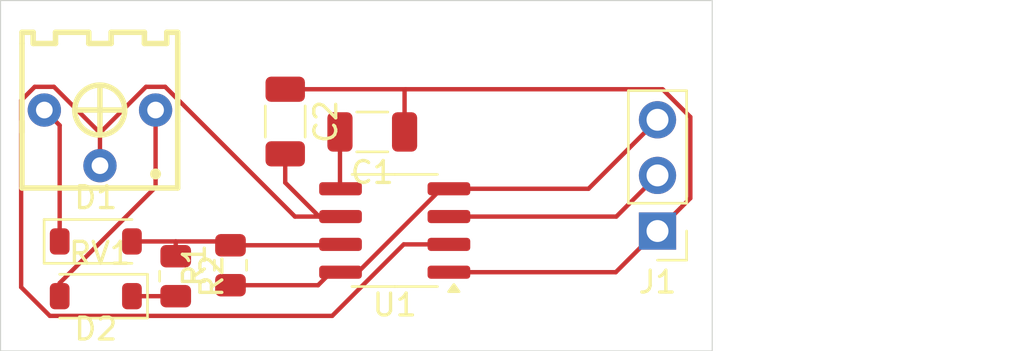
<source format=kicad_pcb>
(kicad_pcb (version 20240108) (generator "pcbnew") (generator_version "8.0")
  (layers (0 "F.Cu" signal) (31 "B.Cu" signal) (34 "B.Paste" user) (35 "F.Paste" user) (36 "B.SilkS" user "B.Silkscreen") (37 "F.SilkS" user "F.Silkscreen") (38 "B.Mask" user) (39 "F.Mask" user) (44 "Edge.Cuts" user))
  (net 0 "")
  (net 1 "Net-(U1-CV)")
  (net 2 "GND")
  (net 3 "Net-(U1-THR)")
  (net 4 "Net-(D1-K)")
  (net 5 "Net-(D1-A)")
  (net 6 "Net-(D2-K)")
  (net 7 "Net-(D2-A)")
  (net 8 "Net-(J1-Pin_2)")
  (net 9 "+5V")
  (footprint "Capacitor_SMD:C_1206_3216Metric" (layer "F.Cu") (at 71 37.525 -90)
    (property "Reference" "C2" (at 0 -1.85 90) (layer "F.SilkS"))
    (property "Value" "C")
    (fp_line (start -0.711252 0.91) (end 0.711252 0.91) (stroke (width 0.12)) (layer "F.SilkS"))
    (fp_line (start -0.711252 -0.91) (end 0.711252 -0.91) (stroke (width 0.12)) (layer "F.SilkS"))
    (pad "1" smd roundrect (at -1.475 0 270) (size 1.15 1.8) (layers "F.Cu" "F.Paste" "F.Mask") (roundrect_rratio 0.217391) (net 2 "GND"))
    (pad "2" smd roundrect (at 1.475 0 270) (size 1.15 1.8) (layers "F.Cu" "F.Paste" "F.Mask") (roundrect_rratio 0.217391) (net 3 "Net-(U1-THR)"))
  )
  (footprint "Connector_PinHeader_2.54mm:PinHeader_1x03_P2.54mm_Vertical" (layer "F.Cu") (at 88 42.525 180)
    (property "Reference" "J1" (at 0 -2.33 360) (layer "F.SilkS"))
    (property "Value" "Conn_01x03_Pin")
    (fp_line (start 1.33 1.27) (end 1.33 6.41) (stroke (width 0.12)) (layer "F.SilkS"))
    (fp_line (start -1.33 6.41) (end 1.33 6.41) (stroke (width 0.12)) (layer "F.SilkS"))
    (fp_line (start -1.33 1.27) (end 1.33 1.27) (stroke (width 0.12)) (layer "F.SilkS"))
    (fp_line (start -1.33 1.27) (end -1.33 6.41) (stroke (width 0.12)) (layer "F.SilkS"))
    (fp_line (start -1.33 0) (end -1.33 -1.33) (stroke (width 0.12)) (layer "F.SilkS"))
    (fp_line (start -1.33 -1.33) (end 0 -1.33) (stroke (width 0.12)) (layer "F.SilkS"))
    (pad "1" thru_hole rect (at 0 0 180) (size 1.7 1.7) (drill 1) (layers "*.Cu" "*.Mask") (net 2 "GND"))
    (pad "2" thru_hole oval (at 0 2.54 180) (size 1.7 1.7) (drill 1) (layers "*.Cu" "*.Mask") (net 8 "Net-(J1-Pin_2)"))
    (pad "3" thru_hole oval (at 0 5.08 180) (size 1.7 1.7) (drill 1) (layers "*.Cu" "*.Mask") (net 9 "+5V"))
  )
  (footprint "Resistor_SMD:R_0805_2012Metric" (layer "F.Cu") (at 68.5 44.0875 90)
    (property "Reference" "R1" (at 0 -1.65 90) (layer "F.SilkS"))
    (property "Value" "1k")
    (fp_line (start -0.227064 -0.735) (end 0.227064 -0.735) (stroke (width 0.12)) (layer "F.SilkS"))
    (fp_line (start -0.227064 0.735) (end 0.227064 0.735) (stroke (width 0.12)) (layer "F.SilkS"))
    (pad "1" smd roundrect (at -0.9125 0 90) (size 1.025 1.4) (layers "F.Cu" "F.Paste" "F.Mask") (roundrect_rratio 0.243902) (net 9 "+5V"))
    (pad "2" smd roundrect (at 0.9125 0 90) (size 1.025 1.4) (layers "F.Cu" "F.Paste" "F.Mask") (roundrect_rratio 0.243902) (net 5 "Net-(D1-A)"))
  )
  (footprint "Capacitor_SMD:C_1206_3216Metric" (layer "F.Cu") (at 74.975 38 180)
    (property "Reference" "C1" (at 0 -1.85 360) (layer "F.SilkS"))
    (property "Value" "C")
    (fp_line (start -0.711252 0.91) (end 0.711252 0.91) (stroke (width 0.12)) (layer "F.SilkS"))
    (fp_line (start -0.711252 -0.91) (end 0.711252 -0.91) (stroke (width 0.12)) (layer "F.SilkS"))
    (pad "1" smd roundrect (at -1.475 0 180) (size 1.15 1.8) (layers "F.Cu" "F.Paste" "F.Mask") (roundrect_rratio 0.217391) (net 2 "GND"))
    (pad "2" smd roundrect (at 1.475 0 180) (size 1.15 1.8) (layers "F.Cu" "F.Paste" "F.Mask") (roundrect_rratio 0.217391) (net 1 "Net-(U1-CV)"))
  )
  (footprint "Diode_SMD:D_SOD-123" (layer "F.Cu") (at 62.35 45.5 180)
    (property "Reference" "D2" (at 0 -1.5 360) (layer "F.SilkS"))
    (property "Value" "1N4148W")
    (fp_line (start -2.36 1) (end 1.65 1) (stroke (width 0.12)) (layer "F.SilkS"))
    (fp_line (start -2.36 -1) (end 1.65 -1) (stroke (width 0.12)) (layer "F.SilkS"))
    (fp_line (start -2.36 -1) (end -2.36 1) (stroke (width 0.12)) (layer "F.SilkS"))
    (pad "1" smd roundrect (at -1.65 0 180) (size 0.9 1.2) (layers "F.Cu" "F.Paste" "F.Mask") (net 6 "Net-(D2-K)"))
    (pad "2" smd roundrect (at 1.65 0 180) (size 0.9 1.2) (layers "F.Cu" "F.Paste" "F.Mask") (net 7 "Net-(D2-A)"))
  )
  (footprint "Diode_SMD:D_SOD-123" (layer "F.Cu") (at 62.35 43)
    (property "Reference" "D1" (at 0 -2 0) (layer "F.SilkS"))
    (property "Value" "1N4148W")
    (fp_line (start -2.36 -1) (end -2.36 1) (stroke (width 0.12)) (layer "F.SilkS"))
    (fp_line (start -2.36 -1) (end 1.65 -1) (stroke (width 0.12)) (layer "F.SilkS"))
    (fp_line (start -2.36 1) (end 1.65 1) (stroke (width 0.12)) (layer "F.SilkS"))
    (pad "1" smd roundrect (at -1.65 0) (size 0.9 1.2) (layers "F.Cu" "F.Paste" "F.Mask") (net 4 "Net-(D1-K)"))
    (pad "2" smd roundrect (at 1.65 0) (size 0.9 1.2) (layers "F.Cu" "F.Paste" "F.Mask") (net 5 "Net-(D1-A)"))
  )
  (footprint "Resistor_SMD:R_0805_2012Metric" (layer "F.Cu") (at 66 44.5875 -90)
    (property "Reference" "R2" (at 0 -1.65 90) (layer "F.SilkS"))
    (property "Value" "1k")
    (fp_line (start -0.227064 0.735) (end 0.227064 0.735) (stroke (width 0.12)) (layer "F.SilkS"))
    (fp_line (start -0.227064 -0.735) (end 0.227064 -0.735) (stroke (width 0.12)) (layer "F.SilkS"))
    (pad "1" smd roundrect (at -0.9125 0 270) (size 1.025 1.4) (layers "F.Cu" "F.Paste" "F.Mask") (roundrect_rratio 0.243902) (net 5 "Net-(D1-A)"))
    (pad "2" smd roundrect (at 0.9125 0 270) (size 1.025 1.4) (layers "F.Cu" "F.Paste" "F.Mask") (roundrect_rratio 0.243902) (net 6 "Net-(D2-K)"))
  )
  (footprint "easyeda2kicad:RES-ADJ-TH_3362P" (layer "F.Cu") (at 62.54 38.27 180)
    (property "Reference" "RV1" (at 0 -5.27 360) (layer "F.SilkS"))
    (property "Value" "10k")
    (fp_line (start 3.56 4.82) (end 3.05 4.82) (stroke (width 0.25)) (layer "F.SilkS"))
    (fp_line (start 3.56 4.31) (end 3.56 4.82) (stroke (width 0.25)) (layer "F.SilkS"))
    (fp_line (start 3.56 0.25) (end 3.56 4.31) (stroke (width 0.25)) (layer "F.SilkS"))
    (fp_line (start 3.56 -2.29) (end 3.56 0.76) (stroke (width 0.25)) (layer "F.SilkS"))
    (fp_line (start 3.05 4.82) (end 3.05 4.31) (stroke (width 0.25)) (layer "F.SilkS"))
    (fp_line (start 3.05 4.31) (end 2.03 4.31) (stroke (width 0.25)) (layer "F.SilkS"))
    (fp_line (start 2.03 4.82) (end 0.51 4.82) (stroke (width 0.25)) (layer "F.SilkS"))
    (fp_line (start 2.03 4.31) (end 2.03 4.82) (stroke (width 0.25)) (layer "F.SilkS"))
    (fp_line (start 1.02 1.27) (end -1.02 1.27) (stroke (width 0.25)) (layer "F.SilkS"))
    (fp_line (start 0.51 4.82) (end 0.51 4.31) (stroke (width 0.25)) (layer "F.SilkS"))
    (fp_line (start 0.51 4.31) (end -0.51 4.31) (stroke (width 0.25)) (layer "F.SilkS"))
    (fp_line (start 0 2.28) (end 0 0.25) (stroke (width 0.25)) (layer "F.SilkS"))
    (fp_line (start -0.51 4.82) (end -2.03 4.82) (stroke (width 0.25)) (layer "F.SilkS"))
    (fp_line (start -0.51 4.31) (end -0.51 4.82) (stroke (width 0.25)) (layer "F.SilkS"))
    (fp_line (start -2.03 4.82) (end -2.03 4.31) (stroke (width 0.25)) (layer "F.SilkS"))
    (fp_line (start -2.03 4.31) (end -3.05 4.31) (stroke (width 0.25)) (layer "F.SilkS"))
    (fp_line (start -3.05 4.82) (end -3.55 4.82) (stroke (width 0.25)) (layer "F.SilkS"))
    (fp_line (start -3.05 4.31) (end -3.05 4.82) (stroke (width 0.25)) (layer "F.SilkS"))
    (fp_line (start -3.55 4.82) (end -3.55 4.31) (stroke (width 0.25)) (layer "F.SilkS"))
    (fp_line (start -3.55 4.31) (end -3.55 0.76) (stroke (width 0.25)) (layer "F.SilkS"))
    (fp_line (start -3.55 0.76) (end -3.55 -2.29) (stroke (width 0.25)) (layer "F.SilkS"))
    (fp_line (start -3.55 -2.29) (end 3.56 -2.29) (stroke (width 0.25)) (layer "F.SilkS"))
    (fp_arc (start 0.02 0.13) (mid 0.010048 2.410044) (end -0.000096 0.130001) (stroke (width 0.25)) (layer "F.SilkS"))
    (fp_arc (start -2.54 -1.65) (mid -2.54 -1.65) (end -2.54 -1.65) (stroke (width 0.25)) (layer "F.SilkS"))
    (pad "1" thru_hole circle (at -2.54 1.27 180) (size 1.52 1.52) (drill 0.762) (layers "*.Cu" "*.Mask") (net 7 "Net-(D2-A)"))
    (pad "2" thru_hole circle (at 0 -1.27 180) (size 1.52 1.52) (drill 0.762) (layers "*.Cu" "*.Mask") (net 3 "Net-(U1-THR)"))
    (pad "3" thru_hole circle (at 2.54 1.27 180) (size 1.52 1.52) (drill 0.762) (layers "*.Cu" "*.Mask") (net 4 "Net-(D1-K)"))
  )
  (footprint "Package_SO:SOIC-8_3.9x4.9mm_P1.27mm" (layer "F.Cu") (at 76 42.5 180)
    (property "Reference" "U1" (at 0 -3.4 360) (layer "F.SilkS"))
    (property "Value" "TLC555xP")
    (fp_line (start 0 2.56) (end 1.95 2.56) (stroke (width 0.12)) (layer "F.SilkS"))
    (fp_line (start 0 2.56) (end -1.95 2.56) (stroke (width 0.12)) (layer "F.SilkS"))
    (fp_line (start 0 -2.56) (end 1.95 -2.56) (stroke (width 0.12)) (layer "F.SilkS"))
    (fp_line (start 0 -2.56) (end -1.95 -2.56) (stroke (width 0.12)) (layer "F.SilkS"))
    (fp_poly (pts (xy -2.7 -2.465) (xy -2.94 -2.795) (xy -2.46 -2.795) (xy -2.7 -2.465)) (stroke (width 0.12)) (fill solid) (layer "F.SilkS"))
    (pad "1" smd roundrect (at -2.475 -1.905 180) (size 1.95 0.6) (layers "F.Cu" "F.Paste" "F.Mask") (net 2 "GND"))
    (pad "2" smd roundrect (at -2.475 -0.635 180) (size 1.95 0.6) (layers "F.Cu" "F.Paste" "F.Mask") (net 3 "Net-(U1-THR)"))
    (pad "3" smd roundrect (at -2.475 0.635 180) (size 1.95 0.6) (layers "F.Cu" "F.Paste" "F.Mask") (net 8 "Net-(J1-Pin_2)"))
    (pad "4" smd roundrect (at -2.475 1.905 180) (size 1.95 0.6) (layers "F.Cu" "F.Paste" "F.Mask") (net 9 "+5V"))
    (pad "5" smd roundrect (at 2.475 1.905 180) (size 1.95 0.6) (layers "F.Cu" "F.Paste" "F.Mask") (net 1 "Net-(U1-CV)"))
    (pad "6" smd roundrect (at 2.475 0.635 180) (size 1.95 0.6) (layers "F.Cu" "F.Paste" "F.Mask") (net 3 "Net-(U1-THR)"))
    (pad "7" smd roundrect (at 2.475 -0.635 180) (size 1.95 0.6) (layers "F.Cu" "F.Paste" "F.Mask") (net 5 "Net-(D1-A)"))
    (pad "8" smd roundrect (at 2.475 -1.905 180) (size 1.95 0.6) (layers "F.Cu" "F.Paste" "F.Mask") (net 9 "+5V"))
  )
  (gr_rect (start 58 32) (end 90.5 48) (stroke (width 0.05)) (fill none) (layer "Edge.Cuts"))
  (segment (start 73.5 40.57) (end 73.525 40.595) (width 0.2) (layer "F.Cu") (net 1))
  (segment (start 73.5 38) (end 73.5 40.57) (width 0.2) (layer "F.Cu") (net 1))
  (segment (start 76.5 36.05) (end 88.231346 36.05) (width 0.2) (layer "F.Cu") (net 2))
  (segment (start 78.595 44.525) (end 78.475 44.405) (width 0.2) (layer "F.Cu") (net 2))
  (segment (start 89.5 37.318654) (end 89.5 41.025) (width 0.2) (layer "F.Cu") (net 2))
  (segment (start 87.975 42.525) (end 86.095 44.405) (width 0.2) (layer "F.Cu") (net 2))
  (segment (start 86.095 44.405) (end 78.475 44.405) (width 0.2) (layer "F.Cu") (net 2))
  (segment (start 89.5 41.025) (end 88 42.525) (width 0.2) (layer "F.Cu") (net 2))
  (segment (start 76.45 38) (end 76.45 36.1) (width 0.2) (layer "F.Cu") (net 2))
  (segment (start 71 36.05) (end 76.5 36.05) (width 0.2) (layer "F.Cu") (net 2))
  (segment (start 88 42.525) (end 87.975 42.525) (width 0.2) (layer "F.Cu") (net 2))
  (segment (start 88.231346 36.05) (end 89.5 37.318654) (width 0.2) (layer "F.Cu") (net 2))
  (segment (start 76.45 36.1) (end 76.5 36.05) (width 0.2) (layer "F.Cu") (net 2))
  (segment (start 71 39) (end 71 40.314999) (width 0.2) (layer "F.Cu") (net 3))
  (segment (start 59.560933 35.94) (end 60.439067 35.94) (width 0.2) (layer "F.Cu") (net 3))
  (segment (start 60.251304 46.4) (end 58.94 45.088696) (width 0.2) (layer "F.Cu") (net 3))
  (segment (start 72.550001 41.865) (end 73.525 41.865) (width 0.2) (layer "F.Cu") (net 3))
  (segment (start 73.145552 46.4) (end 60.251304 46.4) (width 0.2) (layer "F.Cu") (net 3))
  (segment (start 71.444067 41.865) (end 65.519067 35.94) (width 0.2) (layer "F.Cu") (net 3))
  (segment (start 65.519067 35.94) (end 64.640933 35.94) (width 0.2) (layer "F.Cu") (net 3))
  (segment (start 62.54 38.040933) (end 62.54 39.54) (width 0.2) (layer "F.Cu") (net 3))
  (segment (start 78.475 43.135) (end 76.410552 43.135) (width 0.2) (layer "F.Cu") (net 3))
  (segment (start 58.94 45.088696) (end 58.94 36.560933) (width 0.2) (layer "F.Cu") (net 3))
  (segment (start 58.94 36.560933) (end 59.560933 35.94) (width 0.2) (layer "F.Cu") (net 3))
  (segment (start 64.640933 35.94) (end 62.54 38.040933) (width 0.2) (layer "F.Cu") (net 3))
  (segment (start 76.410552 43.135) (end 73.145552 46.4) (width 0.2) (layer "F.Cu") (net 3))
  (segment (start 60.439067 35.94) (end 62.54 38.040933) (width 0.2) (layer "F.Cu") (net 3))
  (segment (start 73.525 41.865) (end 71.444067 41.865) (width 0.2) (layer "F.Cu") (net 3))
  (segment (start 71 40.314999) (end 72.550001 41.865) (width 0.2) (layer "F.Cu") (net 3))
  (segment (start 60.7 37.7) (end 60 37) (width 0.2) (layer "F.Cu") (net 4))
  (segment (start 60.7 43) (end 60.7 37.7) (width 0.2) (layer "F.Cu") (net 4))
  (segment (start 73.485 43.175) (end 73.525 43.135) (width 0.2) (layer "F.Cu") (net 5))
  (segment (start 68.5 43.175) (end 73.485 43.175) (width 0.2) (layer "F.Cu") (net 5))
  (segment (start 68.325 43) (end 68.5 43.175) (width 0.2) (layer "F.Cu") (net 5))
  (segment (start 66 43) (end 68.325 43) (width 0.2) (layer "F.Cu") (net 5))
  (segment (start 66 43.675) (end 66 43) (width 0.2) (layer "F.Cu") (net 5))
  (segment (start 64 43) (end 66 43) (width 0.2) (layer "F.Cu") (net 5))
  (segment (start 66 45.5) (end 64 45.5) (width 0.2) (layer "F.Cu") (net 6))
  (segment (start 65.08 40.52) (end 65.08 37) (width 0.2) (layer "F.Cu") (net 7))
  (segment (start 60.7 44.9) (end 65.08 40.52) (width 0.2) (layer "F.Cu") (net 7))
  (segment (start 60.7 45.5) (end 60.7 44.9) (width 0.2) (layer "F.Cu") (net 7))
  (segment (start 88 39.985) (end 86.12 41.865) (width 0.2) (layer "F.Cu") (net 8))
  (segment (start 78.595 41.985) (end 78.475 41.865) (width 0.2) (layer "F.Cu") (net 8))
  (segment (start 86.12 41.865) (end 78.475 41.865) (width 0.2) (layer "F.Cu") (net 8))
  (segment (start 73.095 44.405) (end 72.5 45) (width 0.2) (layer "F.Cu") (net 9))
  (segment (start 73.525 44.405) (end 74.319448 44.405) (width 0.2) (layer "F.Cu") (net 9))
  (segment (start 73.525 44.405) (end 73.095 44.405) (width 0.2) (layer "F.Cu") (net 9))
  (segment (start 74.319448 44.405) (end 78.129448 40.595) (width 0.2) (layer "F.Cu") (net 9))
  (segment (start 78.129448 40.595) (end 78.475 40.595) (width 0.2) (layer "F.Cu") (net 9))
  (segment (start 72.5 45) (end 68.5 45) (width 0.2) (layer "F.Cu") (net 9))
  (segment (start 84.85 40.595) (end 88 37.445) (width 0.2) (layer "F.Cu") (net 9))
  (segment (start 78.475 40.595) (end 84.85 40.595) (width 0.2) (layer "F.Cu") (net 9))
)
</source>
